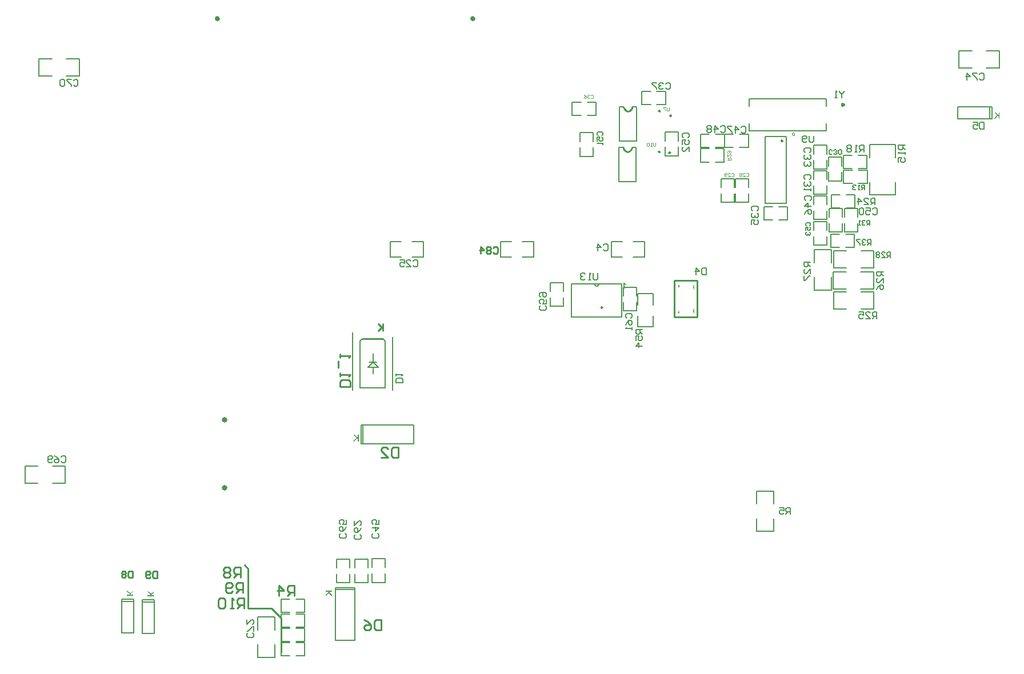
<source format=gbo>
G04*
G04 #@! TF.GenerationSoftware,Altium Limited,Altium Designer,22.5.1 (42)*
G04*
G04 Layer_Color=32896*
%FSLAX44Y44*%
%MOMM*%
G71*
G04*
G04 #@! TF.SameCoordinates,325B58FB-DF44-4075-A057-A786A272C4E4*
G04*
G04*
G04 #@! TF.FilePolarity,Positive*
G04*
G01*
G75*
%ADD10C,0.5080*%
%ADD11C,0.2000*%
%ADD12C,0.2540*%
%ADD13C,0.2032*%
%ADD17C,0.1524*%
%ADD19C,0.2030*%
%ADD20C,0.1000*%
%ADD192C,0.4000*%
%ADD193C,0.0000*%
G36*
X946621Y760258D02*
X944158Y758778D01*
X946671Y757385D01*
X946621Y760258D01*
D02*
G37*
G36*
X947129Y820456D02*
X944666Y818976D01*
X947179Y817583D01*
X947129Y820456D01*
D02*
G37*
G36*
X461518Y106907D02*
X458135D01*
X456598Y105314D01*
X461518Y101846D01*
Y100140D01*
X455724Y104412D01*
X451763Y100324D01*
Y102086D01*
X456612Y106907D01*
X451763D01*
Y108204D01*
X461518D01*
Y106907D01*
D02*
G37*
G36*
X500888Y329184D02*
X499591D01*
Y332567D01*
X497998Y334104D01*
X494530Y329184D01*
X492825D01*
X497096Y334978D01*
X493008Y338939D01*
X494770D01*
X499591Y334090D01*
Y338939D01*
X500888D01*
Y329184D01*
D02*
G37*
G36*
X894066Y564666D02*
X894221Y564440D01*
X894404Y564215D01*
X894574Y564017D01*
X894743Y563848D01*
X894870Y563707D01*
X894926Y563665D01*
X894968Y563623D01*
X894982Y563609D01*
X894996Y563595D01*
X895292Y563355D01*
X895589Y563129D01*
X895870Y562932D01*
X896152Y562777D01*
X896392Y562636D01*
X896491Y562579D01*
X896575Y562537D01*
X896646Y562495D01*
X896702Y562481D01*
X896730Y562453D01*
X896744D01*
Y561297D01*
X896533Y561381D01*
X896321Y561480D01*
X896110Y561579D01*
X895913Y561677D01*
X895743Y561762D01*
X895603Y561832D01*
X895518Y561889D01*
X895504Y561903D01*
X895490D01*
X895236Y562058D01*
X895011Y562213D01*
X894813Y562354D01*
X894658Y562481D01*
X894517Y562579D01*
X894433Y562664D01*
X894362Y562720D01*
X894348Y562734D01*
Y555108D01*
X893150D01*
Y564906D01*
X893925D01*
X894066Y564666D01*
D02*
G37*
G36*
X1450410Y807439D02*
X1449113D01*
Y810822D01*
X1447520Y812358D01*
X1444052Y807439D01*
X1442347D01*
X1446618Y813233D01*
X1442530Y817194D01*
X1444292D01*
X1449113Y812345D01*
Y817194D01*
X1450410D01*
Y807439D01*
D02*
G37*
G36*
X193406Y103553D02*
X197303Y107574D01*
Y105841D01*
X192532Y101098D01*
X197303D01*
Y99822D01*
X187706D01*
Y101098D01*
X191034D01*
X192546Y102665D01*
X187706Y106077D01*
Y107755D01*
X193406Y103553D01*
D02*
G37*
G36*
X162672Y104315D02*
X166569Y108336D01*
Y106603D01*
X161798Y101860D01*
X166569D01*
Y100584D01*
X156972D01*
Y101860D01*
X160300D01*
X161812Y103427D01*
X156972Y106839D01*
Y108517D01*
X162672Y104315D01*
D02*
G37*
G36*
X975487Y557769D02*
X974308D01*
Y561416D01*
X975487D01*
Y557769D01*
D02*
G37*
G36*
X997862Y561222D02*
X997709Y561041D01*
X997584Y560889D01*
X997487Y560750D01*
X997418Y560653D01*
X997376Y560570D01*
X997348Y560515D01*
X997335Y560501D01*
X997279Y560362D01*
X997224Y560223D01*
X997196Y560085D01*
X997182Y559960D01*
X997168Y559863D01*
X997154Y559780D01*
Y559710D01*
X997168Y559502D01*
X997210Y559294D01*
X997265Y559072D01*
X997335Y558878D01*
X997404Y558698D01*
X997459Y558545D01*
X997487Y558490D01*
X997501Y558448D01*
X997515Y558434D01*
Y558420D01*
X997640Y558143D01*
X997737Y557921D01*
X997806Y557727D01*
X997862Y557561D01*
X997903Y557450D01*
X997931Y557366D01*
X997959Y557311D01*
Y557297D01*
X998000Y557020D01*
X998028Y556895D01*
Y556784D01*
X998042Y556687D01*
Y556534D01*
X998028Y556340D01*
X998014Y556160D01*
X997987Y555993D01*
X997959Y555855D01*
X997931Y555744D01*
X997903Y555647D01*
X997876Y555591D01*
Y555577D01*
X997792Y555411D01*
X997709Y555258D01*
X997612Y555120D01*
X997515Y554981D01*
X997432Y554870D01*
X997362Y554787D01*
X997307Y554731D01*
X997293Y554718D01*
X995906D01*
X996045Y554856D01*
X996170Y554995D01*
X996281Y555134D01*
X996378Y555258D01*
X996447Y555369D01*
X996516Y555453D01*
X996544Y555508D01*
X996558Y555536D01*
X996641Y555702D01*
X996697Y555869D01*
X996752Y556007D01*
X996780Y556146D01*
X996794Y556257D01*
X996808Y556340D01*
Y556409D01*
X996794Y556576D01*
X996780Y556729D01*
X996766Y556784D01*
Y556826D01*
X996752Y556853D01*
Y556867D01*
X996724Y556964D01*
X996683Y557061D01*
X996600Y557283D01*
X996572Y557394D01*
X996530Y557477D01*
X996516Y557533D01*
X996503Y557547D01*
X996378Y557824D01*
X996281Y558074D01*
X996211Y558296D01*
X996142Y558462D01*
X996100Y558601D01*
X996073Y558698D01*
X996045Y558767D01*
Y558781D01*
X995976Y559086D01*
X995948Y559225D01*
X995934Y559350D01*
X995920Y559447D01*
Y559599D01*
X995934Y559807D01*
X995948Y560001D01*
X996045Y560362D01*
X996170Y560667D01*
X996308Y560931D01*
X996378Y561041D01*
X996447Y561139D01*
X996516Y561222D01*
X996572Y561291D01*
X996627Y561347D01*
X996669Y561388D01*
X996683Y561402D01*
X996697Y561416D01*
X998042D01*
X997862Y561222D01*
D02*
G37*
G36*
Y525662D02*
X997709Y525481D01*
X997584Y525329D01*
X997487Y525190D01*
X997418Y525093D01*
X997376Y525010D01*
X997348Y524955D01*
X997335Y524941D01*
X997279Y524802D01*
X997224Y524663D01*
X997196Y524525D01*
X997182Y524400D01*
X997168Y524303D01*
X997154Y524220D01*
Y524150D01*
X997168Y523942D01*
X997210Y523734D01*
X997265Y523512D01*
X997335Y523318D01*
X997404Y523138D01*
X997459Y522985D01*
X997487Y522930D01*
X997501Y522888D01*
X997515Y522874D01*
Y522860D01*
X997640Y522583D01*
X997737Y522361D01*
X997806Y522167D01*
X997862Y522001D01*
X997903Y521890D01*
X997931Y521806D01*
X997959Y521751D01*
Y521737D01*
X998000Y521460D01*
X998028Y521335D01*
Y521224D01*
X998042Y521127D01*
Y520974D01*
X998028Y520780D01*
X998014Y520600D01*
X997987Y520434D01*
X997959Y520295D01*
X997931Y520184D01*
X997903Y520087D01*
X997876Y520031D01*
Y520017D01*
X997792Y519851D01*
X997709Y519698D01*
X997612Y519560D01*
X997515Y519421D01*
X997432Y519310D01*
X997362Y519227D01*
X997307Y519171D01*
X997293Y519158D01*
X995906D01*
X996045Y519296D01*
X996170Y519435D01*
X996281Y519574D01*
X996378Y519698D01*
X996447Y519809D01*
X996516Y519893D01*
X996544Y519948D01*
X996558Y519976D01*
X996641Y520142D01*
X996697Y520309D01*
X996752Y520447D01*
X996780Y520586D01*
X996794Y520697D01*
X996808Y520780D01*
Y520849D01*
X996794Y521016D01*
X996780Y521169D01*
X996766Y521224D01*
Y521266D01*
X996752Y521293D01*
Y521307D01*
X996724Y521404D01*
X996683Y521501D01*
X996600Y521723D01*
X996572Y521834D01*
X996530Y521917D01*
X996516Y521973D01*
X996503Y521987D01*
X996378Y522264D01*
X996281Y522514D01*
X996211Y522736D01*
X996142Y522902D01*
X996100Y523041D01*
X996073Y523138D01*
X996045Y523207D01*
Y523221D01*
X995976Y523526D01*
X995948Y523665D01*
X995934Y523790D01*
X995920Y523887D01*
Y524039D01*
X995934Y524247D01*
X995948Y524441D01*
X996045Y524802D01*
X996170Y525107D01*
X996308Y525371D01*
X996378Y525481D01*
X996447Y525579D01*
X996516Y525662D01*
X996572Y525731D01*
X996627Y525787D01*
X996669Y525828D01*
X996683Y525842D01*
X996697Y525856D01*
X998042D01*
X997862Y525662D01*
D02*
G37*
G54D10*
X303559Y260604D02*
X302006Y262157D01*
X300453Y260604D01*
X302006Y259051D01*
X303559Y260604D01*
Y361334D02*
X302006Y362887D01*
X300453Y361334D01*
X302006Y359781D01*
X303559Y361334D01*
X671243Y956111D02*
X669690Y957664D01*
X668137Y956111D01*
X669690Y954558D01*
X671243Y956111D01*
X292891D02*
X291338Y957664D01*
X289785Y956111D01*
X291338Y954558D01*
X292891Y956111D01*
G54D11*
X850138Y562864D02*
X851031Y560709D01*
X853186Y559816D01*
X855341Y560709D01*
X856234Y562864D01*
X502962Y478574D02*
X505968Y481580D01*
X536406Y481876D02*
X539962Y478320D01*
X535432Y481876D02*
X536406D01*
X505714Y481114D02*
X537210D01*
X491942Y405054D02*
Y490754D01*
X550982Y405054D02*
Y484454D01*
X856234Y562864D02*
X864870D01*
X850138D02*
X856234D01*
X841502D02*
X850138D01*
X841502Y514096D02*
X864870D01*
X815686Y562864D02*
X841502D01*
X815686Y514096D02*
Y562864D01*
Y514096D02*
X890686D01*
Y562864D01*
X864870D02*
X890686D01*
X913822Y548386D02*
X936822D01*
X913822Y499110D02*
X936822D01*
X913822D02*
Y515748D01*
X936822Y499110D02*
Y515748D01*
X913822Y531748D02*
Y548386D01*
X936822Y531748D02*
Y548386D01*
X759968Y602672D02*
Y625672D01*
X710692Y602672D02*
Y625672D01*
X727330D01*
X710692Y602672D02*
X727330D01*
X743330Y625672D02*
X759968D01*
X743330Y602672D02*
X759968D01*
X1079396Y837562D02*
X1193396D01*
X1079396Y789562D02*
X1193396D01*
Y826562D02*
Y837562D01*
Y789562D02*
Y800562D01*
X1079396Y789562D02*
Y800562D01*
Y826562D02*
Y837562D01*
X911860Y714248D02*
Y765048D01*
X886460Y714248D02*
X911860D01*
X886460D02*
Y765048D01*
X892810D01*
X905510D02*
X911860D01*
X1134072Y682410D02*
Y781410D01*
X1102572Y682410D02*
X1134072D01*
X1102572D02*
Y781410D01*
X1134072D01*
X906018Y825246D02*
X912368D01*
X886968D02*
X893318D01*
X886968Y774446D02*
Y825246D01*
Y774446D02*
X912368D01*
Y825246D01*
X596392Y602418D02*
Y625418D01*
X547116Y602418D02*
Y625418D01*
X563754D01*
X547116Y602418D02*
X563754D01*
X579754Y625418D02*
X596392D01*
X579754Y602418D02*
X596392D01*
X924052D02*
Y625418D01*
X874776Y602418D02*
Y625418D01*
X891414D01*
X874776Y602418D02*
X891414D01*
X907414Y625418D02*
X924052D01*
X907414Y602418D02*
X924052D01*
X565830Y416754D02*
X555834D01*
Y421752D01*
X557500Y423418D01*
X564164D01*
X565830Y421752D01*
Y416754D01*
X555834Y426750D02*
Y430083D01*
Y428416D01*
X565830D01*
X564164Y426750D01*
X854506Y578530D02*
Y570200D01*
X852840Y568534D01*
X849508D01*
X847841Y570200D01*
Y578530D01*
X844509Y568534D02*
X841177D01*
X842843D01*
Y578530D01*
X844509Y576864D01*
X836179D02*
X834512Y578530D01*
X831180D01*
X829514Y576864D01*
Y575198D01*
X831180Y573532D01*
X832846D01*
X831180D01*
X829514Y571866D01*
Y570200D01*
X831180Y568534D01*
X834512D01*
X836179Y570200D01*
X921176Y495421D02*
X911180D01*
Y490423D01*
X912846Y488756D01*
X916178D01*
X917844Y490423D01*
Y495421D01*
Y492089D02*
X921176Y488756D01*
X911180Y478760D02*
Y485424D01*
X916178D01*
X914512Y482092D01*
Y480426D01*
X916178Y478760D01*
X919510D01*
X921176Y480426D01*
Y483758D01*
X919510Y485424D01*
X921176Y470429D02*
X911180D01*
X916178Y475428D01*
Y468763D01*
X897606Y511982D02*
X895940Y513648D01*
Y516981D01*
X897606Y518647D01*
X904270D01*
X905936Y516981D01*
Y513648D01*
X904270Y511982D01*
X895940Y501986D02*
X897606Y505318D01*
X900938Y508650D01*
X904270D01*
X905936Y506984D01*
Y503652D01*
X904270Y501986D01*
X902604D01*
X900938Y503652D01*
Y508650D01*
X905936Y498653D02*
Y495321D01*
Y496987D01*
X895940D01*
X897606Y498653D01*
X1427429Y802050D02*
Y792054D01*
X1422430D01*
X1420764Y793720D01*
Y800384D01*
X1422430Y802050D01*
X1427429D01*
X1410767D02*
X1417432D01*
Y797052D01*
X1414100Y798718D01*
X1412433D01*
X1410767Y797052D01*
Y793720D01*
X1412433Y792054D01*
X1415766D01*
X1417432Y793720D01*
X1420428Y873536D02*
X1422095Y875202D01*
X1425427D01*
X1427093Y873536D01*
Y866872D01*
X1425427Y865206D01*
X1422095D01*
X1420428Y866872D01*
X1417096Y875202D02*
X1410432D01*
Y873536D01*
X1417096Y866872D01*
Y865206D01*
X1402101D02*
Y875202D01*
X1407099Y870204D01*
X1400435D01*
X343184Y45151D02*
X344850Y43485D01*
Y40153D01*
X343184Y38487D01*
X336520D01*
X334854Y40153D01*
Y43485D01*
X336520Y45151D01*
X344850Y48484D02*
Y55148D01*
X343184D01*
X336520Y48484D01*
X334854D01*
Y65145D02*
Y58481D01*
X341518Y65145D01*
X343184D01*
X344850Y63479D01*
Y60147D01*
X343184Y58481D01*
X78039Y864392D02*
X79705Y866058D01*
X83037D01*
X84703Y864392D01*
Y857728D01*
X83037Y856062D01*
X79705D01*
X78039Y857728D01*
X74706Y866058D02*
X68042D01*
Y864392D01*
X74706Y857728D01*
Y856062D01*
X64710Y864392D02*
X63043Y866058D01*
X59711D01*
X58045Y864392D01*
Y857728D01*
X59711Y856062D01*
X63043D01*
X64710Y857728D01*
Y864392D01*
X60005Y306100D02*
X61671Y307766D01*
X65003D01*
X66669Y306100D01*
Y299436D01*
X65003Y297770D01*
X61671D01*
X60005Y299436D01*
X50008Y307766D02*
X53340Y306100D01*
X56672Y302768D01*
Y299436D01*
X55006Y297770D01*
X51674D01*
X50008Y299436D01*
Y301102D01*
X51674Y302768D01*
X56672D01*
X46676Y299436D02*
X45009Y297770D01*
X41677D01*
X40011Y299436D01*
Y306100D01*
X41677Y307766D01*
X45009D01*
X46676Y306100D01*
Y304434D01*
X45009Y302768D01*
X40011D01*
X1219301Y849158D02*
Y847492D01*
X1215968Y844160D01*
X1212636Y847492D01*
Y849158D01*
X1215968Y844160D02*
Y839162D01*
X1209304D02*
X1205972D01*
X1207638D01*
Y849158D01*
X1209304Y847492D01*
X1174953Y782492D02*
Y774162D01*
X1173287Y772496D01*
X1169954D01*
X1168288Y774162D01*
Y782492D01*
X1164956Y774162D02*
X1163290Y772496D01*
X1159958D01*
X1158291Y774162D01*
Y780826D01*
X1159958Y782492D01*
X1163290D01*
X1164956Y780826D01*
Y779160D01*
X1163290Y777494D01*
X1158291D01*
X1259835Y620587D02*
Y628585D01*
X1255836D01*
X1254504Y627252D01*
Y624586D01*
X1255836Y623253D01*
X1259835D01*
X1257169D02*
X1254504Y620587D01*
X1251838Y627252D02*
X1250505Y628585D01*
X1247839D01*
X1246506Y627252D01*
Y625919D01*
X1247839Y624586D01*
X1249172D01*
X1247839D01*
X1246506Y623253D01*
Y621920D01*
X1247839Y620587D01*
X1250505D01*
X1251838Y621920D01*
X1243840Y628585D02*
X1238509D01*
Y627252D01*
X1243840Y621920D01*
Y620587D01*
X1258098Y649789D02*
Y656787D01*
X1254599D01*
X1253433Y655621D01*
Y653288D01*
X1254599Y652122D01*
X1258098D01*
X1255766D02*
X1253433Y649789D01*
X1251100Y655621D02*
X1249934Y656787D01*
X1247601D01*
X1246435Y655621D01*
Y654454D01*
X1247601Y653288D01*
X1248768D01*
X1247601D01*
X1246435Y652122D01*
Y650955D01*
X1247601Y649789D01*
X1249934D01*
X1251100Y650955D01*
X1244102Y649789D02*
X1241770D01*
X1242936D01*
Y656787D01*
X1244102Y655621D01*
X1288537Y602045D02*
Y610043D01*
X1284539D01*
X1283206Y608710D01*
Y606044D01*
X1284539Y604711D01*
X1288537D01*
X1285871D02*
X1283206Y602045D01*
X1275208D02*
X1280540D01*
X1275208Y607377D01*
Y608710D01*
X1276541Y610043D01*
X1279207D01*
X1280540Y608710D01*
X1272542D02*
X1271209Y610043D01*
X1268544D01*
X1267211Y608710D01*
Y607377D01*
X1268544Y606044D01*
X1267211Y604711D01*
Y603378D01*
X1268544Y602045D01*
X1271209D01*
X1272542Y603378D01*
Y604711D01*
X1271209Y606044D01*
X1272542Y607377D01*
Y608710D01*
X1271209Y606044D02*
X1268544D01*
X1170096Y594735D02*
X1160100D01*
Y589737D01*
X1161766Y588070D01*
X1165098D01*
X1166764Y589737D01*
Y594735D01*
Y591403D02*
X1170096Y588070D01*
Y578074D02*
Y584738D01*
X1163432Y578074D01*
X1161766D01*
X1160100Y579740D01*
Y583072D01*
X1161766Y584738D01*
X1160100Y574742D02*
Y568077D01*
X1161766D01*
X1168430Y574742D01*
X1170096D01*
X1278300Y581019D02*
X1268304D01*
Y576021D01*
X1269970Y574355D01*
X1273302D01*
X1274968Y576021D01*
Y581019D01*
Y577687D02*
X1278300Y574355D01*
Y564358D02*
Y571022D01*
X1271636Y564358D01*
X1269970D01*
X1268304Y566024D01*
Y569356D01*
X1269970Y571022D01*
X1268304Y554361D02*
X1269970Y557693D01*
X1273302Y561026D01*
X1276634D01*
X1278300Y559359D01*
Y556027D01*
X1276634Y554361D01*
X1274968D01*
X1273302Y556027D01*
Y561026D01*
X1268343Y511384D02*
Y521380D01*
X1263345D01*
X1261678Y519714D01*
Y516382D01*
X1263345Y514716D01*
X1268343D01*
X1265011D02*
X1261678Y511384D01*
X1251682D02*
X1258346D01*
X1251682Y518048D01*
Y519714D01*
X1253348Y521380D01*
X1256680D01*
X1258346Y519714D01*
X1241685Y521380D02*
X1248350D01*
Y516382D01*
X1245017Y518048D01*
X1243351D01*
X1241685Y516382D01*
Y513050D01*
X1243351Y511384D01*
X1246683D01*
X1248350Y513050D01*
X1265843Y680158D02*
Y690154D01*
X1260845D01*
X1259178Y688488D01*
Y685156D01*
X1260845Y683490D01*
X1265843D01*
X1262511D02*
X1259178Y680158D01*
X1249182D02*
X1255846D01*
X1249182Y686822D01*
Y688488D01*
X1250848Y690154D01*
X1254180D01*
X1255846Y688488D01*
X1240851Y680158D02*
Y690154D01*
X1245850Y685156D01*
X1239185D01*
X1248928Y758662D02*
Y768658D01*
X1243930D01*
X1242263Y766992D01*
Y763660D01*
X1243930Y761994D01*
X1248928D01*
X1245596D02*
X1242263Y758662D01*
X1238931D02*
X1235599D01*
X1237265D01*
Y768658D01*
X1238931Y766992D01*
X1230601D02*
X1228934Y768658D01*
X1225602D01*
X1223936Y766992D01*
Y765326D01*
X1225602Y763660D01*
X1223936Y761994D01*
Y760328D01*
X1225602Y758662D01*
X1228934D01*
X1230601Y760328D01*
Y761994D01*
X1228934Y763660D01*
X1230601Y765326D01*
Y766992D01*
X1228934Y763660D02*
X1225602D01*
X1310010Y768536D02*
X1300014D01*
Y763538D01*
X1301680Y761871D01*
X1305012D01*
X1306678Y763538D01*
Y768536D01*
Y765204D02*
X1310010Y761871D01*
Y758539D02*
Y755207D01*
Y756873D01*
X1300014D01*
X1301680Y758539D01*
X1300014Y743544D02*
Y750209D01*
X1305012D01*
X1303346Y746876D01*
Y745210D01*
X1305012Y743544D01*
X1308344D01*
X1310010Y745210D01*
Y748542D01*
X1308344Y750209D01*
X1250299Y702621D02*
Y709619D01*
X1246800D01*
X1245634Y708453D01*
Y706120D01*
X1246800Y704954D01*
X1250299D01*
X1247967D02*
X1245634Y702621D01*
X1243301D02*
X1240969D01*
X1242135D01*
Y709619D01*
X1243301Y708453D01*
X1237470D02*
X1236304Y709619D01*
X1233971D01*
X1232805Y708453D01*
Y707286D01*
X1233971Y706120D01*
X1235137D01*
X1233971D01*
X1232805Y704954D01*
Y703787D01*
X1233971Y702621D01*
X1236304D01*
X1237470Y703787D01*
X1140409Y221316D02*
Y231312D01*
X1135410D01*
X1133744Y229646D01*
Y226314D01*
X1135410Y224648D01*
X1140409D01*
X1137076D02*
X1133744Y221316D01*
X1123747Y231312D02*
X1130412D01*
Y226314D01*
X1127080Y227980D01*
X1125414D01*
X1123747Y226314D01*
Y222982D01*
X1125414Y221316D01*
X1128746D01*
X1130412Y222982D01*
X1015695Y586404D02*
Y576408D01*
X1010696D01*
X1009030Y578074D01*
Y584738D01*
X1010696Y586404D01*
X1015695D01*
X1000699Y576408D02*
Y586404D01*
X1005698Y581406D01*
X999033D01*
X480344Y192979D02*
X482010Y191313D01*
Y187981D01*
X480344Y186315D01*
X473680D01*
X472014Y187981D01*
Y191313D01*
X473680Y192979D01*
X482010Y202976D02*
X480344Y199644D01*
X477012Y196312D01*
X473680D01*
X472014Y197978D01*
Y201310D01*
X473680Y202976D01*
X475346D01*
X477012Y201310D01*
Y196312D01*
X482010Y212973D02*
Y206308D01*
X477012D01*
X478678Y209641D01*
Y211307D01*
X477012Y212973D01*
X473680D01*
X472014Y211307D01*
Y207975D01*
X473680Y206308D01*
X502442Y191455D02*
X504108Y189789D01*
Y186457D01*
X502442Y184791D01*
X495778D01*
X494112Y186457D01*
Y189789D01*
X495778Y191455D01*
X504108Y201452D02*
X502442Y198120D01*
X499110Y194788D01*
X495778D01*
X494112Y196454D01*
Y199786D01*
X495778Y201452D01*
X497444D01*
X499110Y199786D01*
Y194788D01*
X494112Y211449D02*
Y204785D01*
X500776Y211449D01*
X502442D01*
X504108Y209783D01*
Y206451D01*
X502442Y204785D01*
X777016Y530291D02*
X778682Y528625D01*
Y525293D01*
X777016Y523627D01*
X770352D01*
X768686Y525293D01*
Y528625D01*
X770352Y530291D01*
X778682Y540288D02*
Y533624D01*
X773684D01*
X775350Y536956D01*
Y538622D01*
X773684Y540288D01*
X770352D01*
X768686Y538622D01*
Y535290D01*
X770352Y533624D01*
Y543620D02*
X768686Y545287D01*
Y548619D01*
X770352Y550285D01*
X777016D01*
X778682Y548619D01*
Y545287D01*
X777016Y543620D01*
X775350D01*
X773684Y545287D01*
Y550285D01*
X1164289Y649063D02*
X1163123Y650229D01*
Y652562D01*
X1164289Y653728D01*
X1168955D01*
X1170121Y652562D01*
Y650229D01*
X1168955Y649063D01*
X1163123Y642065D02*
Y646731D01*
X1166622D01*
X1165456Y644398D01*
Y643232D01*
X1166622Y642065D01*
X1168955D01*
X1170121Y643232D01*
Y645564D01*
X1168955Y646731D01*
X1164289Y639733D02*
X1163123Y638567D01*
Y636234D01*
X1164289Y635068D01*
X1165456D01*
X1166622Y636234D01*
Y637400D01*
Y636234D01*
X1167788Y635068D01*
X1168955D01*
X1170121Y636234D01*
Y638567D01*
X1168955Y639733D01*
X981680Y779586D02*
X980014Y781253D01*
Y784585D01*
X981680Y786251D01*
X988344D01*
X990010Y784585D01*
Y781253D01*
X988344Y779586D01*
X980014Y769590D02*
Y776254D01*
X985012D01*
X983346Y772922D01*
Y771256D01*
X985012Y769590D01*
X988344D01*
X990010Y771256D01*
Y774588D01*
X988344Y776254D01*
X990010Y759593D02*
Y766257D01*
X983346Y759593D01*
X981680D01*
X980014Y761259D01*
Y764591D01*
X981680Y766257D01*
X855346Y782923D02*
X854013Y784256D01*
Y786921D01*
X855346Y788254D01*
X860678D01*
X862011Y786921D01*
Y784256D01*
X860678Y782923D01*
X854013Y774925D02*
Y780257D01*
X858012D01*
X856679Y777591D01*
Y776258D01*
X858012Y774925D01*
X860678D01*
X862011Y776258D01*
Y778924D01*
X860678Y780257D01*
X862011Y772260D02*
Y769594D01*
Y770927D01*
X854013D01*
X855346Y772260D01*
X1262187Y673638D02*
X1263853Y675304D01*
X1267185D01*
X1268851Y673638D01*
Y666974D01*
X1267185Y665308D01*
X1263853D01*
X1262187Y666974D01*
X1252190Y675304D02*
X1258854D01*
Y670306D01*
X1255522Y671972D01*
X1253856D01*
X1252190Y670306D01*
Y666974D01*
X1253856Y665308D01*
X1257188D01*
X1258854Y666974D01*
X1248857Y673638D02*
X1247191Y675304D01*
X1243859D01*
X1242193Y673638D01*
Y666974D01*
X1243859Y665308D01*
X1247191D01*
X1248857Y666974D01*
Y673638D01*
X1036635Y795558D02*
X1038301Y797224D01*
X1041633D01*
X1043299Y795558D01*
Y788894D01*
X1041633Y787228D01*
X1038301D01*
X1036635Y788894D01*
X1028304Y787228D02*
Y797224D01*
X1033302Y792226D01*
X1026638D01*
X1023306Y795558D02*
X1021639Y797224D01*
X1018307D01*
X1016641Y795558D01*
Y793892D01*
X1018307Y792226D01*
X1016641Y790560D01*
Y788894D01*
X1018307Y787228D01*
X1021639D01*
X1023306Y788894D01*
Y790560D01*
X1021639Y792226D01*
X1023306Y793892D01*
Y795558D01*
X1021639Y792226D02*
X1018307D01*
X1067368Y795050D02*
X1069035Y796716D01*
X1072367D01*
X1074033Y795050D01*
Y788386D01*
X1072367Y786720D01*
X1069035D01*
X1067368Y788386D01*
X1059038Y786720D02*
Y796716D01*
X1064036Y791718D01*
X1057372D01*
X1054040Y796716D02*
X1047375D01*
Y795050D01*
X1054040Y788386D01*
Y786720D01*
X1163250Y686505D02*
X1161584Y688171D01*
Y691503D01*
X1163250Y693169D01*
X1169914D01*
X1171580Y691503D01*
Y688171D01*
X1169914Y686505D01*
X1171580Y678174D02*
X1161584D01*
X1166582Y683172D01*
Y676508D01*
X1161584Y666511D02*
X1163250Y669843D01*
X1166582Y673176D01*
X1169914D01*
X1171580Y671509D01*
Y668177D01*
X1169914Y666511D01*
X1168248D01*
X1166582Y668177D01*
Y673176D01*
X529112Y192979D02*
X530778Y191313D01*
Y187981D01*
X529112Y186315D01*
X522448D01*
X520782Y187981D01*
Y191313D01*
X522448Y192979D01*
X520782Y201310D02*
X530778D01*
X525780Y196312D01*
Y202976D01*
X530778Y212973D02*
Y206308D01*
X525780D01*
X527446Y209641D01*
Y211307D01*
X525780Y212973D01*
X522448D01*
X520782Y211307D01*
Y207975D01*
X522448Y206308D01*
X955609Y859566D02*
X957275Y861232D01*
X960607D01*
X962273Y859566D01*
Y852902D01*
X960607Y851236D01*
X957275D01*
X955609Y852902D01*
X952276Y859566D02*
X950610Y861232D01*
X947278D01*
X945612Y859566D01*
Y857900D01*
X947278Y856234D01*
X948944D01*
X947278D01*
X945612Y854568D01*
Y852902D01*
X947278Y851236D01*
X950610D01*
X952276Y852902D01*
X942280Y861232D02*
X935615D01*
Y859566D01*
X942280Y852902D01*
Y851236D01*
X1084550Y671128D02*
X1082884Y672795D01*
Y676127D01*
X1084550Y677793D01*
X1091214D01*
X1092880Y676127D01*
Y672795D01*
X1091214Y671128D01*
X1084550Y667796D02*
X1082884Y666130D01*
Y662798D01*
X1084550Y661132D01*
X1086216D01*
X1087882Y662798D01*
Y664464D01*
Y662798D01*
X1089548Y661132D01*
X1091214D01*
X1092880Y662798D01*
Y666130D01*
X1091214Y667796D01*
X1082884Y651135D02*
Y657800D01*
X1087882D01*
X1086216Y654467D01*
Y652801D01*
X1087882Y651135D01*
X1091214D01*
X1092880Y652801D01*
Y656133D01*
X1091214Y657800D01*
X1161980Y757625D02*
X1160314Y759291D01*
Y762623D01*
X1161980Y764289D01*
X1168644D01*
X1170310Y762623D01*
Y759291D01*
X1168644Y757625D01*
X1161980Y754292D02*
X1160314Y752626D01*
Y749294D01*
X1161980Y747628D01*
X1163646D01*
X1165312Y749294D01*
Y750960D01*
Y749294D01*
X1166978Y747628D01*
X1168644D01*
X1170310Y749294D01*
Y752626D01*
X1168644Y754292D01*
X1161980Y744296D02*
X1160314Y742629D01*
Y739297D01*
X1161980Y737631D01*
X1163646D01*
X1165312Y739297D01*
Y740963D01*
Y739297D01*
X1166978Y737631D01*
X1168644D01*
X1170310Y739297D01*
Y742629D01*
X1168644Y744296D01*
X1161980Y717858D02*
X1160314Y719525D01*
Y722857D01*
X1161980Y724523D01*
X1168644D01*
X1170310Y722857D01*
Y719525D01*
X1168644Y717858D01*
X1161980Y714526D02*
X1160314Y712860D01*
Y709528D01*
X1161980Y707862D01*
X1163646D01*
X1165312Y709528D01*
Y711194D01*
Y709528D01*
X1166978Y707862D01*
X1168644D01*
X1170310Y709528D01*
Y712860D01*
X1168644Y714526D01*
X1170310Y704529D02*
Y701197D01*
Y702863D01*
X1160314D01*
X1161980Y704529D01*
X1202089Y755857D02*
X1200922Y754691D01*
X1198590D01*
X1197424Y755857D01*
Y760523D01*
X1198590Y761689D01*
X1200922D01*
X1202089Y760523D01*
X1204421Y755857D02*
X1205588Y754691D01*
X1207920D01*
X1209087Y755857D01*
Y757024D01*
X1207920Y758190D01*
X1206754D01*
X1207920D01*
X1209087Y759356D01*
Y760523D01*
X1207920Y761689D01*
X1205588D01*
X1204421Y760523D01*
X1211419Y755857D02*
X1212586Y754691D01*
X1214918D01*
X1216084Y755857D01*
Y760523D01*
X1214918Y761689D01*
X1212586D01*
X1211419Y760523D01*
Y755857D01*
X581587Y596676D02*
X583253Y598342D01*
X586585D01*
X588251Y596676D01*
Y590012D01*
X586585Y588346D01*
X583253D01*
X581587Y590012D01*
X571590Y588346D02*
X578254D01*
X571590Y595010D01*
Y596676D01*
X573256Y598342D01*
X576588D01*
X578254Y596676D01*
X561593Y598342D02*
X568258D01*
Y593344D01*
X564925Y595010D01*
X563259D01*
X561593Y593344D01*
Y590012D01*
X563259Y588346D01*
X566591D01*
X568258Y590012D01*
X863234Y620552D02*
X864900Y622218D01*
X868232D01*
X869899Y620552D01*
Y613888D01*
X868232Y612222D01*
X864900D01*
X863234Y613888D01*
X854903Y612222D02*
Y622218D01*
X859902Y617220D01*
X853237D01*
G54D12*
X861688Y528320D02*
X860142Y529379D01*
X859712Y527556D01*
X861568Y527812D01*
X963542Y812546D02*
X961996Y813605D01*
X961566Y811782D01*
X963422Y812038D01*
X962005Y757673D02*
X960459Y758732D01*
X960029Y756908D01*
X961885Y757165D01*
X1128285Y775093D02*
X1126739Y776152D01*
X1126309Y774328D01*
X1128165Y774585D01*
X892810Y765048D02*
X893293Y762618D01*
X894670Y760558D01*
X896730Y759181D01*
X899160Y758698D01*
X901590Y759181D01*
X903650Y760558D01*
X905027Y762618D01*
X905510Y765048D01*
X893318Y825246D02*
X893801Y822816D01*
X895178Y820756D01*
X897238Y819379D01*
X899668Y818896D01*
X902098Y819379D01*
X904158Y820756D01*
X905535Y822816D01*
X906018Y825246D01*
X331216Y146558D02*
X337058Y140716D01*
Y81534D02*
Y140716D01*
Y81534D02*
X371602D01*
X385598Y67538D01*
Y16942D02*
Y67538D01*
X967867Y567766D02*
X1002157D01*
X967867Y513766D02*
X1002157D01*
X967867D02*
Y567766D01*
X1002157Y513766D02*
Y567766D01*
X536702Y503526D02*
Y493522D01*
Y496857D01*
X530032Y503526D01*
X535035Y498524D01*
X530032Y493522D01*
X487931Y410218D02*
X472696D01*
Y417835D01*
X475235Y420374D01*
X485392D01*
X487931Y417835D01*
Y410218D01*
X472696Y425453D02*
Y430531D01*
Y427992D01*
X487931D01*
X485392Y425453D01*
X470157Y438149D02*
Y448306D01*
X472696Y453384D02*
Y458462D01*
Y455923D01*
X487931D01*
X485392Y453384D01*
X330956Y81791D02*
Y97025D01*
X323338D01*
X320799Y94486D01*
Y89408D01*
X323338Y86869D01*
X330956D01*
X325877D02*
X320799Y81791D01*
X315721D02*
X310642D01*
X313182D01*
Y97025D01*
X315721Y94486D01*
X303025D02*
X300486Y97025D01*
X295407D01*
X292868Y94486D01*
Y84330D01*
X295407Y81791D01*
X300486D01*
X303025Y84330D01*
Y94486D01*
X328926Y104650D02*
Y119886D01*
X321308D01*
X318769Y117346D01*
Y112268D01*
X321308Y109729D01*
X328926D01*
X323848D02*
X318769Y104650D01*
X313691Y107190D02*
X311152Y104650D01*
X306073D01*
X303534Y107190D01*
Y117346D01*
X306073Y119886D01*
X311152D01*
X313691Y117346D01*
Y114807D01*
X311152Y112268D01*
X303534D01*
X325624Y127510D02*
Y142746D01*
X318006D01*
X315467Y140206D01*
Y135128D01*
X318006Y132589D01*
X325624D01*
X320546D02*
X315467Y127510D01*
X310389Y140206D02*
X307850Y142746D01*
X302771D01*
X300232Y140206D01*
Y137667D01*
X302771Y135128D01*
X300232Y132589D01*
Y130050D01*
X302771Y127510D01*
X307850D01*
X310389Y130050D01*
Y132589D01*
X307850Y135128D01*
X310389Y137667D01*
Y140206D01*
X307850Y135128D02*
X302771D01*
X404872Y100841D02*
Y116075D01*
X397254D01*
X394715Y113536D01*
Y108458D01*
X397254Y105919D01*
X404872D01*
X399794D02*
X394715Y100841D01*
X382019D02*
Y116075D01*
X389637Y108458D01*
X379480D01*
X534158Y65276D02*
Y50040D01*
X526540D01*
X524001Y52580D01*
Y62736D01*
X526540Y65276D01*
X534158D01*
X508766D02*
X513844Y62736D01*
X518923Y57658D01*
Y52580D01*
X516384Y50040D01*
X511305D01*
X508766Y52580D01*
Y55119D01*
X511305Y57658D01*
X518923D01*
X559304Y320291D02*
Y305056D01*
X551686D01*
X549147Y307596D01*
Y317752D01*
X551686Y320291D01*
X559304D01*
X533912Y305056D02*
X544069D01*
X533912Y315213D01*
Y317752D01*
X536451Y320291D01*
X541530D01*
X544069Y317752D01*
X201879Y136824D02*
Y126828D01*
X196880D01*
X195214Y128494D01*
Y135158D01*
X196880Y136824D01*
X201879D01*
X191882Y128494D02*
X190216Y126828D01*
X186884D01*
X185217Y128494D01*
Y135158D01*
X186884Y136824D01*
X190216D01*
X191882Y135158D01*
Y133492D01*
X190216Y131826D01*
X185217D01*
X165811Y137332D02*
Y127336D01*
X160812D01*
X159146Y129002D01*
Y135666D01*
X160812Y137332D01*
X165811D01*
X155814Y135666D02*
X154148Y137332D01*
X150815D01*
X149149Y135666D01*
Y134000D01*
X150815Y132334D01*
X149149Y130668D01*
Y129002D01*
X150815Y127336D01*
X154148D01*
X155814Y129002D01*
Y130668D01*
X154148Y132334D01*
X155814Y134000D01*
Y135666D01*
X154148Y132334D02*
X150815D01*
X699576Y615980D02*
X701243Y617646D01*
X704575D01*
X706241Y615980D01*
Y609316D01*
X704575Y607649D01*
X701243D01*
X699576Y609316D01*
X696244Y615980D02*
X694578Y617646D01*
X691246D01*
X689580Y615980D01*
Y614314D01*
X691246Y612648D01*
X689580Y610982D01*
Y609316D01*
X691246Y607649D01*
X694578D01*
X696244Y609316D01*
Y610982D01*
X694578Y612648D01*
X696244Y614314D01*
Y615980D01*
X694578Y612648D02*
X691246D01*
X681249Y607649D02*
Y617646D01*
X686247Y612648D01*
X679583D01*
G54D13*
X502962Y408470D02*
X539750D01*
X502962D02*
Y478574D01*
X539962Y408470D02*
Y478320D01*
X506264Y481876D02*
X535432D01*
X505968Y481580D02*
X506264Y481876D01*
X1090422Y196088D02*
X1115822D01*
X1090422Y255778D02*
X1115822D01*
Y196088D02*
Y215138D01*
X1090422Y196088D02*
Y215138D01*
Y236728D02*
Y255778D01*
X1115822Y236728D02*
Y255778D01*
X487270Y119914D02*
Y132834D01*
X467770Y119914D02*
Y132834D01*
Y119914D02*
X487270D01*
X467770Y141994D02*
Y154914D01*
X487270Y141994D02*
Y154914D01*
X467770D02*
X487270D01*
X494948D02*
X514448D01*
Y141994D02*
Y154914D01*
X494948Y141994D02*
Y154914D01*
Y119914D02*
X514448D01*
X494948D02*
Y132834D01*
X514448Y119914D02*
Y132834D01*
X520094Y155422D02*
X539594D01*
Y142502D02*
Y155422D01*
X520094Y142502D02*
Y155422D01*
Y120422D02*
X539594D01*
X520094D02*
Y133342D01*
X539594Y120422D02*
Y133342D01*
X385598Y11840D02*
Y31340D01*
X398518D01*
X385598Y11840D02*
X398518D01*
X420598D02*
Y31340D01*
X407678Y11840D02*
X420598D01*
X407678Y31340D02*
X420598D01*
X385598Y32922D02*
Y52422D01*
X398518D01*
X385598Y32922D02*
X398518D01*
X420598D02*
Y52422D01*
X407678Y32922D02*
X420598D01*
X407678Y52422D02*
X420598D01*
X385598Y54004D02*
Y73504D01*
X398518D01*
X385598Y54004D02*
X398518D01*
X420598D02*
Y73504D01*
X407678Y54004D02*
X420598D01*
X407678Y73504D02*
X420598D01*
X385598Y76102D02*
Y95602D01*
X398518D01*
X385598Y76102D02*
X398518D01*
X420598D02*
Y95602D01*
X407678Y76102D02*
X420598D01*
X407678Y95602D02*
X420598D01*
X893220Y558012D02*
X912720D01*
Y545092D02*
Y558012D01*
X893220Y545092D02*
Y558012D01*
Y523012D02*
X912720D01*
X893220D02*
Y535932D01*
X912720Y523012D02*
Y535932D01*
X1430782Y883158D02*
X1449832D01*
X1430782Y908558D02*
X1449832D01*
X1390142D02*
X1409192D01*
X1390142Y883158D02*
X1409192D01*
X1449832D02*
Y908558D01*
X1390142Y883158D02*
Y908558D01*
X351028Y9398D02*
Y28448D01*
X376428Y9398D02*
Y28448D01*
Y50038D02*
Y69088D01*
X351028Y50038D02*
Y69088D01*
Y9398D02*
X376428D01*
X351028Y69088D02*
X376428D01*
X86614Y870966D02*
Y896366D01*
X26924Y870966D02*
Y896366D01*
X67564D02*
X86614D01*
X67564Y870966D02*
X86614D01*
X26924D02*
X45974D01*
X26924Y896366D02*
X45974D01*
X6350Y292608D02*
X25400D01*
X6350Y267208D02*
X25400D01*
X46990D02*
X66040D01*
X46990Y292608D02*
X66040D01*
X6350Y267208D02*
Y292608D01*
X66040Y267208D02*
Y292608D01*
X1199882Y616750D02*
X1212802D01*
X1199882Y636250D02*
X1212802D01*
X1199882Y616750D02*
Y636250D01*
X1221962D02*
X1234882D01*
X1221962Y616750D02*
X1234882D01*
Y636250D01*
X1239832Y639480D02*
Y652400D01*
X1220332Y639480D02*
Y652400D01*
Y639480D02*
X1239832D01*
X1220332Y661560D02*
Y674480D01*
X1239832Y661560D02*
Y674480D01*
X1220332D02*
X1239832D01*
X1042296Y743614D02*
Y763114D01*
X1029376Y743614D02*
X1042296D01*
X1029376Y763114D02*
X1042296D01*
X1007296Y743614D02*
Y763114D01*
X1020216D01*
X1007296Y743614D02*
X1020216D01*
X1204214Y611632D02*
X1223264D01*
X1204214Y586232D02*
X1223264D01*
X1244854D02*
X1263904D01*
X1244854Y611632D02*
X1263904D01*
X1204214Y586232D02*
Y611632D01*
X1263904Y586232D02*
Y611632D01*
X1175512Y553720D02*
Y572770D01*
X1200912Y553720D02*
Y572770D01*
Y594360D02*
Y613410D01*
X1175512Y594360D02*
Y613410D01*
Y553720D02*
X1200912D01*
X1175512Y613410D02*
X1200912D01*
X1203960Y555244D02*
Y580644D01*
X1263650Y555244D02*
Y580644D01*
X1203960Y555244D02*
X1223010D01*
X1203960Y580644D02*
X1223010D01*
X1244600D02*
X1263650D01*
X1244600Y555244D02*
X1263650D01*
X1263904Y525272D02*
Y550672D01*
X1204214Y525272D02*
Y550672D01*
X1244854D02*
X1263904D01*
X1244854Y525272D02*
X1263904D01*
X1204214D02*
X1223264D01*
X1204214Y550672D02*
X1223264D01*
X1201192Y675288D02*
Y694788D01*
X1214112D01*
X1201192Y675288D02*
X1214112D01*
X1236192D02*
Y694788D01*
X1223272Y675288D02*
X1236192D01*
X1223272Y694788D02*
X1236192D01*
X1218932Y733590D02*
X1231852D01*
X1218932Y753090D02*
X1231852D01*
X1218932Y733590D02*
Y753090D01*
X1241012D02*
X1253932D01*
X1241012Y733590D02*
X1253932D01*
Y753090D01*
X1257836Y694758D02*
Y713876D01*
Y694758D02*
X1258022Y694572D01*
X1296306D01*
X1296322Y749944D02*
Y769248D01*
X1257822Y750198D02*
Y769248D01*
X1296322D01*
X1296306Y694572D02*
Y713622D01*
X1219092Y712000D02*
X1232012D01*
X1219092Y731500D02*
X1232012D01*
X1219092Y712000D02*
Y731500D01*
X1241172D02*
X1254092D01*
X1241172Y712000D02*
X1254092D01*
Y731500D01*
X784508Y529616D02*
X804008D01*
X784508D02*
Y542536D01*
X804008Y529616D02*
Y542536D01*
X784508Y564616D02*
X804008D01*
Y551696D02*
Y564616D01*
X784508Y551696D02*
Y564616D01*
X1174612Y642510D02*
Y655430D01*
X1194112Y642510D02*
Y655430D01*
X1174612D02*
X1194112D01*
Y620430D02*
Y633350D01*
X1174612Y620430D02*
Y633350D01*
Y620430D02*
X1194112D01*
X954942Y752788D02*
X974442D01*
X954942D02*
Y765708D01*
X974442Y752788D02*
Y765708D01*
X954942Y787788D02*
X974442D01*
Y774868D02*
Y787788D01*
X954942Y774868D02*
Y787788D01*
X828704Y751866D02*
X848204D01*
X828704D02*
Y764786D01*
X848204Y751866D02*
Y764786D01*
X828704Y786866D02*
X848204D01*
Y773946D02*
Y786866D01*
X828704Y773946D02*
Y786866D01*
X1197342Y674480D02*
X1216842D01*
Y661560D02*
Y674480D01*
X1197342Y661560D02*
Y674480D01*
Y639480D02*
X1216842D01*
X1197342D02*
Y652400D01*
X1216842Y639480D02*
Y652400D01*
X1007390Y765204D02*
X1020310D01*
X1007390Y784704D02*
X1020310D01*
X1007390Y765204D02*
Y784704D01*
X1029470D02*
X1042390D01*
X1029470Y765204D02*
X1042390D01*
Y784704D01*
X1065030Y784450D02*
X1077950D01*
X1065030Y764950D02*
X1077950D01*
Y784450D01*
X1042950Y764950D02*
X1055870D01*
X1042950Y784450D02*
X1055870D01*
X1042950Y764950D02*
Y784450D01*
X1174612Y680610D02*
Y693530D01*
X1194112Y680610D02*
Y693530D01*
X1174612D02*
X1194112D01*
Y658530D02*
Y671450D01*
X1174612Y658530D02*
Y671450D01*
Y658530D02*
X1194112D01*
X920268Y828450D02*
Y847950D01*
X933188D01*
X920268Y828450D02*
X933188D01*
X955268D02*
Y847950D01*
X942348Y828450D02*
X955268D01*
X942348Y847950D02*
X955268D01*
X852088Y812438D02*
Y831938D01*
X839168Y812438D02*
X852088D01*
X839168Y831938D02*
X852088D01*
X817088Y812438D02*
Y831938D01*
X830008D01*
X817088Y812438D02*
X830008D01*
X1122902Y676890D02*
X1135822D01*
X1122902Y657390D02*
X1135822D01*
Y676890D01*
X1100822Y657390D02*
X1113742D01*
X1100822Y676890D02*
X1113742D01*
X1100822Y657390D02*
Y676890D01*
X1174612Y768300D02*
X1194112D01*
Y755380D02*
Y768300D01*
X1174612Y755380D02*
Y768300D01*
Y733300D02*
X1194112D01*
X1174612D02*
Y746220D01*
X1194112Y733300D02*
Y746220D01*
Y695520D02*
Y708440D01*
X1174612Y695520D02*
Y708440D01*
Y695520D02*
X1194112D01*
X1174612Y717600D02*
Y730520D01*
X1194112Y717600D02*
Y730520D01*
X1174612D02*
X1194112D01*
X1196750Y750544D02*
X1216250D01*
Y737624D02*
Y750544D01*
X1196750Y737624D02*
Y750544D01*
Y715544D02*
X1216250D01*
X1196750D02*
Y728464D01*
X1216250Y715544D02*
Y728464D01*
X1056952Y683930D02*
Y696850D01*
X1037452Y683930D02*
Y696850D01*
Y683930D02*
X1056952D01*
X1037452Y706010D02*
Y718930D01*
X1056952Y706010D02*
Y718930D01*
X1037452D02*
X1056952D01*
X1078542Y683930D02*
Y696850D01*
X1059042Y683930D02*
Y696850D01*
Y683930D02*
X1078542D01*
X1059042Y706010D02*
Y718930D01*
X1078542Y706010D02*
Y718930D01*
X1059042D02*
X1078542D01*
G54D17*
X514095Y439266D02*
X521715Y446886D01*
X529335Y439266D01*
X521715Y446886D02*
Y459207D01*
Y430314D02*
Y439012D01*
X514095Y439266D02*
X529335D01*
X516127Y446886D02*
X526795D01*
X946621Y760258D02*
X946671Y757385D01*
X944158Y758778D02*
X946671Y757385D01*
X944158Y758778D02*
X946621Y760258D01*
X944666Y818976D02*
X947129Y820456D01*
X944666Y818976D02*
X947179Y817583D01*
X947129Y820456D02*
X947179Y817583D01*
G54D19*
X494568Y34636D02*
Y110636D01*
X466568Y34636D02*
X494568D01*
X466568Y112386D02*
X494568D01*
X466568Y34636D02*
Y110636D01*
Y109886D02*
X494568D01*
X466568D02*
Y112386D01*
X494568Y109886D02*
Y112386D01*
X504326Y354106D02*
X506826D01*
X504326Y326106D02*
X506826D01*
Y354106D01*
X506076Y326106D02*
X582076D01*
X504326D02*
Y354106D01*
X582076Y326106D02*
Y354106D01*
X506076D02*
X582076D01*
X1438840Y807356D02*
Y825356D01*
X1388590Y807356D02*
X1438840D01*
X1388590D02*
Y825356D01*
X1438840D01*
X1435840Y808356D02*
Y824356D01*
X180976Y91672D02*
X196976D01*
X179976Y44422D02*
Y94672D01*
Y44422D02*
X197976D01*
Y94672D01*
X179976D02*
X197976D01*
X150242Y92434D02*
X166242D01*
X149242Y45184D02*
Y95434D01*
Y45184D02*
X167242D01*
Y95434D01*
X149242D02*
X167242D01*
G54D20*
X974424Y522316D02*
Y519650D01*
X973091Y520983D02*
X975757D01*
X940473Y771865D02*
Y767700D01*
X939640Y766867D01*
X937974D01*
X937141Y767700D01*
Y771865D01*
X935475Y766867D02*
X933809D01*
X934642D01*
Y771865D01*
X935475Y771032D01*
X931310D02*
X930476Y771865D01*
X928810D01*
X927977Y771032D01*
Y767700D01*
X928810Y766867D01*
X930476D01*
X931310Y767700D01*
Y771032D01*
X960221Y824697D02*
Y820532D01*
X959388Y819699D01*
X957722D01*
X956889Y820532D01*
Y824697D01*
X955223D02*
X951891D01*
Y823864D01*
X955223Y820532D01*
Y819699D01*
X1046680Y746835D02*
X1051678D01*
Y749335D01*
X1050845Y750168D01*
X1049179D01*
X1048346Y749335D01*
Y746835D01*
Y748502D02*
X1046680Y750168D01*
Y755166D02*
Y751834D01*
X1050012Y755166D01*
X1050845D01*
X1051678Y754333D01*
Y752667D01*
X1050845Y751834D01*
X1047513Y756832D02*
X1046680Y757665D01*
Y759331D01*
X1047513Y760164D01*
X1050845D01*
X1051678Y759331D01*
Y757665D01*
X1050845Y756832D01*
X1050012D01*
X1049179Y757665D01*
Y760164D01*
X844834Y842152D02*
X845667Y842985D01*
X847333D01*
X848167Y842152D01*
Y838820D01*
X847333Y837987D01*
X845667D01*
X844834Y838820D01*
X843168Y842152D02*
X842335Y842985D01*
X840669D01*
X839836Y842152D01*
Y841319D01*
X840669Y840486D01*
X841502D01*
X840669D01*
X839836Y839653D01*
Y838820D01*
X840669Y837987D01*
X842335D01*
X843168Y838820D01*
X834837Y842985D02*
X836504Y842152D01*
X838170Y840486D01*
Y838820D01*
X837337Y837987D01*
X835671D01*
X834837Y838820D01*
Y839653D01*
X835671Y840486D01*
X838170D01*
X1053114Y726582D02*
X1053947Y727415D01*
X1055613D01*
X1056447Y726582D01*
Y723250D01*
X1055613Y722417D01*
X1053947D01*
X1053114Y723250D01*
X1048116Y722417D02*
X1051448D01*
X1048116Y725749D01*
Y726582D01*
X1048949Y727415D01*
X1050615D01*
X1051448Y726582D01*
X1046450Y723250D02*
X1045617Y722417D01*
X1043951D01*
X1043118Y723250D01*
Y726582D01*
X1043951Y727415D01*
X1045617D01*
X1046450Y726582D01*
Y725749D01*
X1045617Y724916D01*
X1043118D01*
X1074664Y725956D02*
X1075497Y726789D01*
X1077163D01*
X1077997Y725956D01*
Y722624D01*
X1077163Y721791D01*
X1075497D01*
X1074664Y722624D01*
X1069666Y721791D02*
X1072998D01*
X1069666Y725123D01*
Y725956D01*
X1070499Y726789D01*
X1072165D01*
X1072998Y725956D01*
X1068000D02*
X1067167Y726789D01*
X1065501D01*
X1064668Y725956D01*
Y725123D01*
X1065501Y724290D01*
X1064668Y723457D01*
Y722624D01*
X1065501Y721791D01*
X1067167D01*
X1068000Y722624D01*
Y723457D01*
X1067167Y724290D01*
X1068000Y725123D01*
Y725956D01*
X1067167Y724290D02*
X1065501D01*
G54D192*
X1218705Y828662D02*
X1216817Y829752D01*
Y827572D01*
X1218705Y828662D01*
G54D193*
X1146322Y784910D02*
X1144940Y786812D01*
X1142704Y786086D01*
Y783734D01*
X1144940Y783008D01*
X1146322Y784910D01*
M02*

</source>
